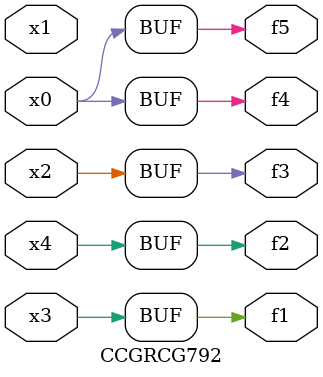
<source format=v>
module CCGRCG792(
	input x0, x1, x2, x3, x4,
	output f1, f2, f3, f4, f5
);
	assign f1 = x3;
	assign f2 = x4;
	assign f3 = x2;
	assign f4 = x0;
	assign f5 = x0;
endmodule

</source>
